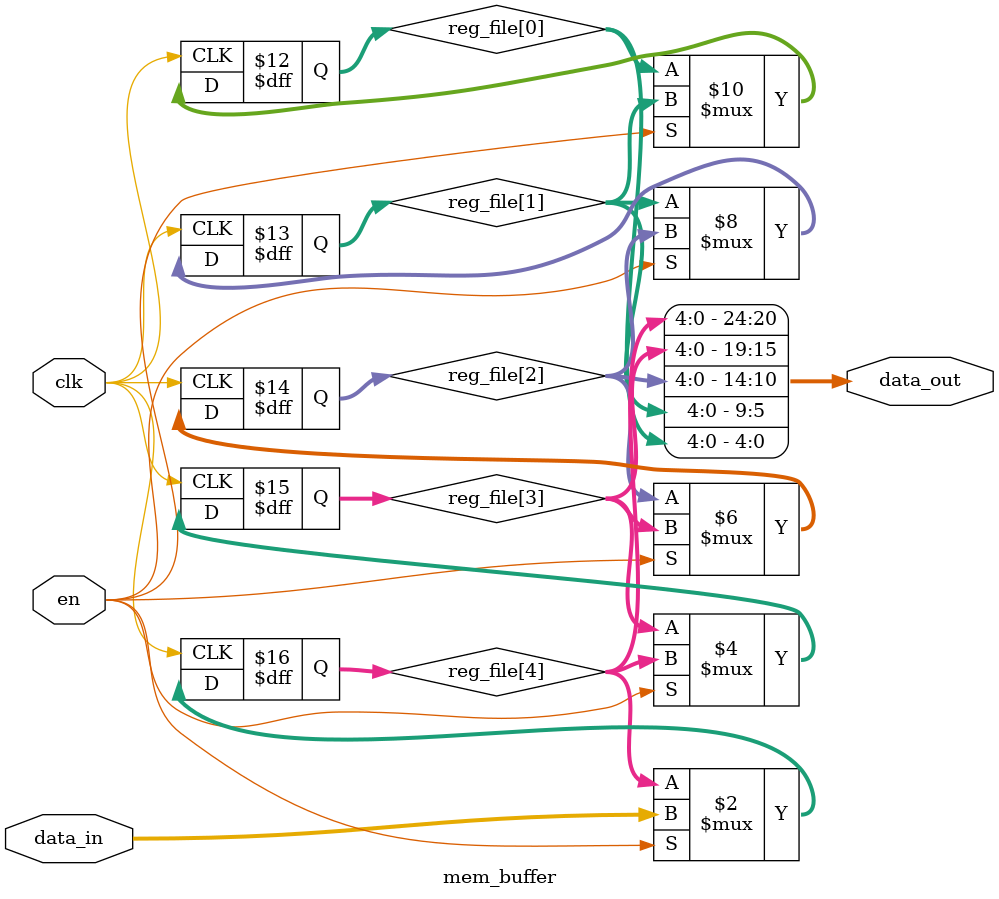
<source format=v>
module mem_buffer
(
	input clk,
	input [4:0] data_in,
	output [24:0] data_out,
	input en
);
reg [4:0] reg_file [4:0]; 
always @(posedge clk) begin
    if(en) begin
        reg_file[4] <= data_in;
        reg_file[3] <= reg_file[4];
        reg_file[2] <= reg_file[3];
        reg_file[1] <= reg_file[2];
        reg_file[0] <= reg_file[1];
    end
end

assign data_out = {reg_file[4],reg_file[3],reg_file[2],reg_file[1],reg_file[0]};
endmodule
</source>
